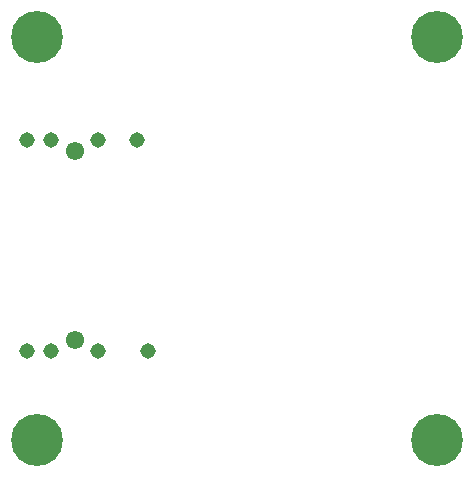
<source format=gbr>
%TF.GenerationSoftware,KiCad,Pcbnew,5.1.10-88a1d61d58~88~ubuntu18.04.1*%
%TF.CreationDate,2022-05-06T23:41:45+07:00*%
%TF.ProjectId,MX8Mx_EVK_MIPI_CSI-TSC_HM5065-ADAPTER,4d58384d-785f-4455-964b-5f4d4950495f,rev?*%
%TF.SameCoordinates,Original*%
%TF.FileFunction,Soldermask,Bot*%
%TF.FilePolarity,Negative*%
%FSLAX46Y46*%
G04 Gerber Fmt 4.6, Leading zero omitted, Abs format (unit mm)*
G04 Created by KiCad (PCBNEW 5.1.10-88a1d61d58~88~ubuntu18.04.1) date 2022-05-06 23:41:45*
%MOMM*%
%LPD*%
G01*
G04 APERTURE LIST*
%ADD10C,1.550000*%
%ADD11C,1.308000*%
%ADD12C,4.400000*%
G04 APERTURE END LIST*
D10*
%TO.C,J1*%
X108879400Y-88793500D03*
X108879400Y-104793500D03*
D11*
X114119400Y-87893500D03*
X110879400Y-87893500D03*
X106879400Y-87893500D03*
X104849400Y-87893500D03*
X115119400Y-105693500D03*
X110879400Y-105693500D03*
X106879400Y-105693500D03*
X104849400Y-105693500D03*
%TD*%
D12*
%TO.C,H4*%
X139552680Y-79159100D03*
%TD*%
%TO.C,H3*%
X139552680Y-113235740D03*
%TD*%
%TO.C,H2*%
X105714800Y-113235740D03*
%TD*%
%TO.C,H1*%
X105714800Y-79159100D03*
%TD*%
M02*

</source>
